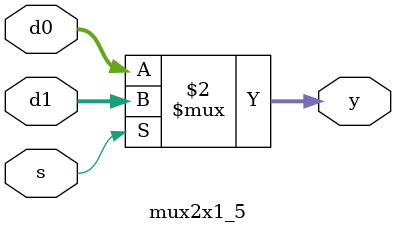
<source format=v>
module mux2x1_5 # (parameter WIDTH =32)
(input [WIDTH-1:0] d0, d1,
input s,
output [WIDTH-1:0] y);
assign y=(s==1'b0) ? d0 : d1;
endmodule
</source>
